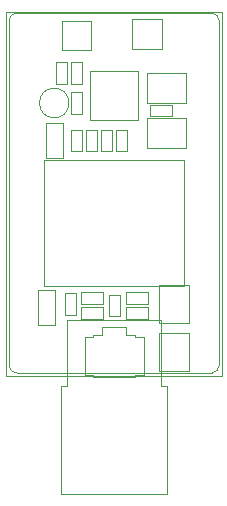
<source format=gbr>
%TF.GenerationSoftware,KiCad,Pcbnew,5.1.5+dfsg1-2~bpo10+1*%
%TF.CreationDate,Date%
%TF.ProjectId,ProMicro_GPS,50726f4d-6963-4726-9f5f-4750532e6b69,v3.1*%
%TF.SameCoordinates,Original*%
%TF.FileFunction,Other,User*%
%FSLAX45Y45*%
G04 Gerber Fmt 4.5, Leading zero omitted, Abs format (unit mm)*
G04 Created by KiCad*
%MOMM*%
%LPD*%
G04 APERTURE LIST*
%ADD10C,0.100000*%
%ADD11C,0.050000*%
G04 APERTURE END LIST*
D10*
X127000Y2857500D02*
X127000Y-63500D01*
X-1587500Y-127000D02*
G75*
G02X-1651000Y-63500I0J63500D01*
G01*
X-1651000Y2857500D02*
G75*
G02X-1587500Y2921000I63500J0D01*
G01*
X63500Y2921000D02*
G75*
G02X127000Y2857500I0J-63500D01*
G01*
X127000Y-63500D02*
G75*
G02X63500Y-127000I-63500J0D01*
G01*
X-1587500Y2921000D02*
X63500Y2921000D01*
X-1651000Y-63500D02*
X-1651000Y2857500D01*
X63500Y-127000D02*
X-1587500Y-127000D01*
D11*
X150000Y-150000D02*
X-1680000Y-150000D01*
X150000Y-150000D02*
X150000Y2930000D01*
X-1680000Y2930000D02*
X-1680000Y-150000D01*
X-1680000Y2930000D02*
X150000Y2930000D01*
X-999500Y1748500D02*
X-999500Y1934500D01*
X-905500Y1748500D02*
X-999500Y1748500D01*
X-905500Y1934500D02*
X-905500Y1748500D01*
X-999500Y1934500D02*
X-905500Y1934500D01*
X-1145000Y2159000D02*
G75*
G03X-1145000Y2159000I-125000J0D01*
G01*
X-152500Y2161000D02*
X-482500Y2161000D01*
X-152500Y2161000D02*
X-152500Y2411000D01*
X-482500Y2411000D02*
X-482500Y2161000D01*
X-482500Y2411000D02*
X-152500Y2411000D01*
X-379000Y292200D02*
X-379000Y622200D01*
X-379000Y292200D02*
X-129000Y292200D01*
X-129000Y622200D02*
X-379000Y622200D01*
X-129000Y622200D02*
X-129000Y292200D01*
X-1126500Y2066000D02*
X-1126500Y2252000D01*
X-1032500Y2066000D02*
X-1126500Y2066000D01*
X-1032500Y2252000D02*
X-1032500Y2066000D01*
X-1126500Y2252000D02*
X-1032500Y2252000D01*
X-1032500Y2506000D02*
X-1032500Y2320000D01*
X-1126500Y2506000D02*
X-1032500Y2506000D01*
X-1126500Y2320000D02*
X-1126500Y2506000D01*
X-1032500Y2320000D02*
X-1126500Y2320000D01*
X-275300Y2048500D02*
X-461300Y2048500D01*
X-275300Y2142500D02*
X-275300Y2048500D01*
X-461300Y2142500D02*
X-275300Y2142500D01*
X-461300Y2048500D02*
X-461300Y2142500D01*
X-1177300Y552500D02*
X-1083300Y552500D01*
X-1083300Y552500D02*
X-1083300Y366500D01*
X-1083300Y366500D02*
X-1177300Y366500D01*
X-1177300Y366500D02*
X-1177300Y552500D01*
X-482500Y2030000D02*
X-152500Y2030000D01*
X-482500Y2030000D02*
X-482500Y1780000D01*
X-152500Y1780000D02*
X-152500Y2030000D01*
X-152500Y1780000D02*
X-482500Y1780000D01*
X-357600Y2868200D02*
X-357600Y2618200D01*
X-357600Y2868200D02*
X-607600Y2868200D01*
X-607600Y2618200D02*
X-357600Y2618200D01*
X-607600Y2618200D02*
X-607600Y2868200D01*
X-954500Y2605500D02*
X-1204500Y2605500D01*
X-954500Y2605500D02*
X-954500Y2855500D01*
X-1204500Y2855500D02*
X-1204500Y2605500D01*
X-1204500Y2855500D02*
X-954500Y2855500D01*
X-1159500Y2506000D02*
X-1159500Y2320000D01*
X-1253500Y2506000D02*
X-1159500Y2506000D01*
X-1253500Y2320000D02*
X-1253500Y2506000D01*
X-1159500Y2320000D02*
X-1253500Y2320000D01*
X-872500Y1748500D02*
X-872500Y1934500D01*
X-778500Y1748500D02*
X-872500Y1748500D01*
X-778500Y1934500D02*
X-778500Y1748500D01*
X-872500Y1934500D02*
X-778500Y1934500D01*
X-745500Y1748500D02*
X-745500Y1934500D01*
X-651500Y1748500D02*
X-745500Y1748500D01*
X-651500Y1934500D02*
X-651500Y1748500D01*
X-745500Y1934500D02*
X-651500Y1934500D01*
X-967000Y2427500D02*
X-557000Y2427500D01*
X-967000Y2017500D02*
X-967000Y2427500D01*
X-557000Y2017500D02*
X-967000Y2017500D01*
X-557000Y2427500D02*
X-557000Y2017500D01*
X-379000Y-114200D02*
X-379000Y215800D01*
X-379000Y-114200D02*
X-129000Y-114200D01*
X-129000Y215800D02*
X-379000Y215800D01*
X-129000Y215800D02*
X-129000Y-114200D01*
X-862000Y265500D02*
X-662000Y265500D01*
X-862000Y195500D02*
X-862000Y265500D01*
X-942000Y-144500D02*
X-942000Y-164500D01*
X-1012000Y-144500D02*
X-942000Y-144500D01*
X-942000Y-164500D02*
X-582000Y-164500D01*
X-942000Y195500D02*
X-942000Y175500D01*
X-1012000Y175500D02*
X-942000Y175500D01*
X-1012000Y-144500D02*
X-1012000Y175500D01*
X-582000Y-144500D02*
X-582000Y-164500D01*
X-582000Y-144500D02*
X-512000Y-144500D01*
X-662000Y195500D02*
X-582000Y195500D01*
X-512000Y-144500D02*
X-512000Y175500D01*
X-582000Y175500D02*
X-512000Y175500D01*
X-582000Y195500D02*
X-582000Y175500D01*
X-942000Y195500D02*
X-862000Y195500D01*
X-662000Y195500D02*
X-662000Y265500D01*
X-1126500Y1748500D02*
X-1126500Y1934500D01*
X-1032500Y1748500D02*
X-1126500Y1748500D01*
X-1032500Y1934500D02*
X-1032500Y1748500D01*
X-1126500Y1934500D02*
X-1032500Y1934500D01*
X-1197000Y1989500D02*
X-1197000Y1693500D01*
X-1343000Y1989500D02*
X-1197000Y1989500D01*
X-1343000Y1693500D02*
X-1343000Y1989500D01*
X-1197000Y1693500D02*
X-1343000Y1693500D01*
X-1406500Y281250D02*
X-1406500Y577250D01*
X-1260500Y281250D02*
X-1406500Y281250D01*
X-1260500Y577250D02*
X-1260500Y281250D01*
X-1406500Y577250D02*
X-1260500Y577250D01*
X-1045500Y461000D02*
X-1045500Y555000D01*
X-1045500Y555000D02*
X-859500Y555000D01*
X-859500Y555000D02*
X-859500Y461000D01*
X-859500Y461000D02*
X-1045500Y461000D01*
X-1045500Y334000D02*
X-1045500Y428000D01*
X-1045500Y428000D02*
X-859500Y428000D01*
X-859500Y428000D02*
X-859500Y334000D01*
X-859500Y334000D02*
X-1045500Y334000D01*
X-715000Y537500D02*
X-715000Y351500D01*
X-809000Y537500D02*
X-715000Y537500D01*
X-809000Y351500D02*
X-809000Y537500D01*
X-715000Y351500D02*
X-809000Y351500D01*
X-478500Y334000D02*
X-664500Y334000D01*
X-478500Y428000D02*
X-478500Y334000D01*
X-664500Y428000D02*
X-478500Y428000D01*
X-664500Y334000D02*
X-664500Y428000D01*
X-478500Y461000D02*
X-664500Y461000D01*
X-478500Y555000D02*
X-478500Y461000D01*
X-664500Y555000D02*
X-478500Y555000D01*
X-664500Y461000D02*
X-664500Y555000D01*
X-312000Y-236500D02*
X-362000Y-236500D01*
X-312000Y-1148500D02*
X-312000Y-236500D01*
X-1212000Y-236500D02*
X-1162000Y-236500D01*
X-1212000Y-1148500D02*
X-1212000Y-236500D01*
X-1162000Y323500D02*
X-362000Y323500D01*
X-1162000Y-236500D02*
X-1162000Y323500D01*
X-312000Y-1148500D02*
X-1212000Y-1148500D01*
X-362000Y-236500D02*
X-362000Y323500D01*
X-1352000Y1673000D02*
X-1352000Y613000D01*
X-1352000Y613000D02*
X-172000Y613000D01*
X-172000Y1673000D02*
X-172000Y613000D01*
X-1352000Y1673000D02*
X-172000Y1673000D01*
M02*

</source>
